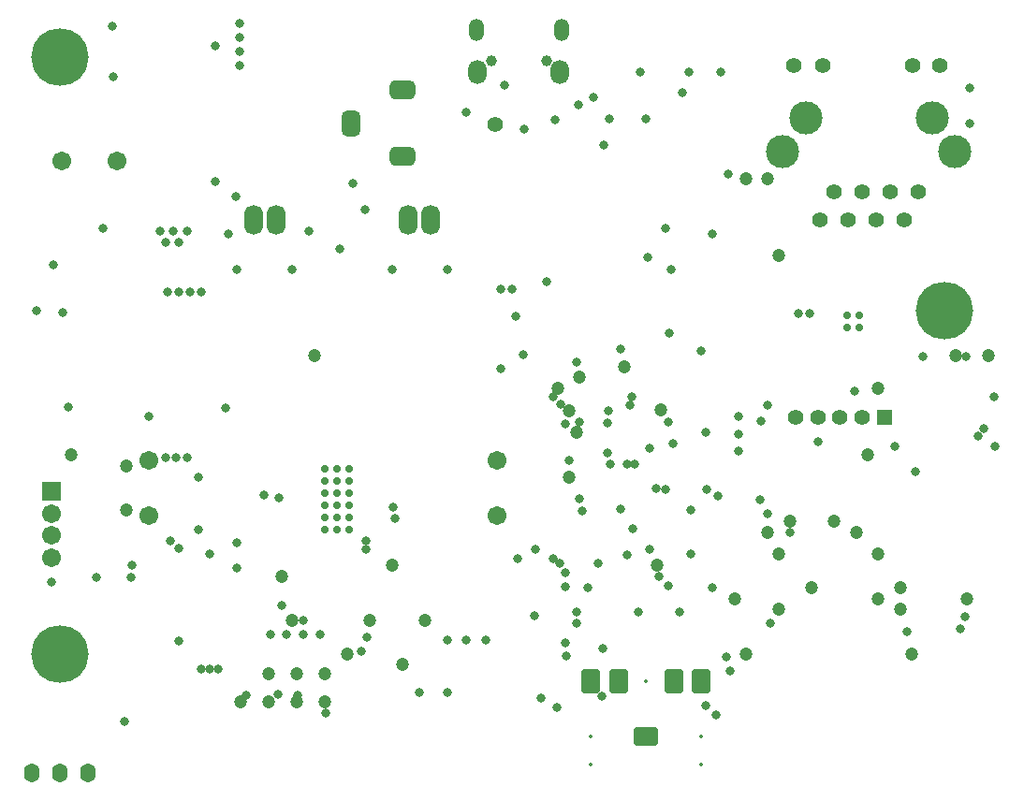
<source format=gbs>
G04 Layer_Color=16711935*
%FSLAX25Y25*%
%MOIN*%
G70*
G01*
G75*
%ADD127C,0.05524*%
%ADD128C,0.20485*%
%ADD129O,0.06706X0.10642*%
%ADD130C,0.06706*%
%ADD131O,0.05524X0.06706*%
%ADD132R,0.05524X0.05524*%
G04:AMPARAMS|DCode=133|XSize=11.94mil|YSize=11.94mil|CornerRadius=4.49mil|HoleSize=0mil|Usage=FLASHONLY|Rotation=90.000|XOffset=0mil|YOffset=0mil|HoleType=Round|Shape=RoundedRectangle|*
%AMROUNDEDRECTD133*
21,1,0.01194,0.00295,0,0,90.0*
21,1,0.00295,0.01194,0,0,90.0*
1,1,0.00898,0.00148,0.00148*
1,1,0.00898,0.00148,-0.00148*
1,1,0.00898,-0.00148,-0.00148*
1,1,0.00898,-0.00148,0.00148*
%
%ADD133ROUNDEDRECTD133*%
G04:AMPARAMS|DCode=134|XSize=86.74mil|YSize=67.06mil|CornerRadius=11.38mil|HoleSize=0mil|Usage=FLASHONLY|Rotation=180.000|XOffset=0mil|YOffset=0mil|HoleType=Round|Shape=RoundedRectangle|*
%AMROUNDEDRECTD134*
21,1,0.08674,0.04429,0,0,180.0*
21,1,0.06398,0.06706,0,0,180.0*
1,1,0.02276,-0.03199,0.02215*
1,1,0.02276,0.03199,0.02215*
1,1,0.02276,0.03199,-0.02215*
1,1,0.02276,-0.03199,-0.02215*
%
%ADD134ROUNDEDRECTD134*%
G04:AMPARAMS|DCode=135|XSize=86.74mil|YSize=67.06mil|CornerRadius=11.38mil|HoleSize=0mil|Usage=FLASHONLY|Rotation=270.000|XOffset=0mil|YOffset=0mil|HoleType=Round|Shape=RoundedRectangle|*
%AMROUNDEDRECTD135*
21,1,0.08674,0.04429,0,0,270.0*
21,1,0.06398,0.06706,0,0,270.0*
1,1,0.02276,-0.02215,-0.03199*
1,1,0.02276,-0.02215,0.03199*
1,1,0.02276,0.02215,0.03199*
1,1,0.02276,0.02215,-0.03199*
%
%ADD135ROUNDEDRECTD135*%
%ADD136C,0.11824*%
G04:AMPARAMS|DCode=137|XSize=90.68mil|YSize=67.06mil|CornerRadius=18.76mil|HoleSize=0mil|Usage=FLASHONLY|Rotation=0.000|XOffset=0mil|YOffset=0mil|HoleType=Round|Shape=RoundedRectangle|*
%AMROUNDEDRECTD137*
21,1,0.09068,0.02953,0,0,0.0*
21,1,0.05315,0.06706,0,0,0.0*
1,1,0.03753,0.02657,-0.01476*
1,1,0.03753,-0.02657,-0.01476*
1,1,0.03753,-0.02657,0.01476*
1,1,0.03753,0.02657,0.01476*
%
%ADD137ROUNDEDRECTD137*%
G04:AMPARAMS|DCode=138|XSize=90.68mil|YSize=67.06mil|CornerRadius=18.76mil|HoleSize=0mil|Usage=FLASHONLY|Rotation=90.000|XOffset=0mil|YOffset=0mil|HoleType=Round|Shape=RoundedRectangle|*
%AMROUNDEDRECTD138*
21,1,0.09068,0.02953,0,0,90.0*
21,1,0.05315,0.06706,0,0,90.0*
1,1,0.03753,0.01476,0.02657*
1,1,0.03753,0.01476,-0.02657*
1,1,0.03753,-0.01476,-0.02657*
1,1,0.03753,-0.01476,0.02657*
%
%ADD138ROUNDEDRECTD138*%
%ADD139R,0.06706X0.06706*%
%ADD140C,0.03950*%
%ADD141O,0.05328X0.07887*%
%ADD142O,0.06509X0.08674*%
%ADD143C,0.04737*%
%ADD144C,0.03162*%
%ADD145C,0.02768*%
D127*
X170472Y235827D02*
D03*
X301279Y131398D02*
D03*
X293406D02*
D03*
X285531D02*
D03*
X277658D02*
D03*
X321240Y211811D02*
D03*
X316240Y201811D02*
D03*
X311240Y211811D02*
D03*
X306240Y201811D02*
D03*
X301240Y211811D02*
D03*
X296240Y201811D02*
D03*
X291240Y211811D02*
D03*
X286240Y201811D02*
D03*
X329035Y256890D02*
D03*
X319193D02*
D03*
X287402D02*
D03*
X276870D02*
D03*
D128*
X15748Y47244D02*
D03*
X330709Y169291D02*
D03*
X15748Y259842D02*
D03*
D129*
X139764Y201772D02*
D03*
X147638D02*
D03*
X84646D02*
D03*
X92520D02*
D03*
D130*
X47244Y116142D02*
D03*
Y96457D02*
D03*
X171260Y116142D02*
D03*
Y96457D02*
D03*
X12500Y81496D02*
D03*
Y97244D02*
D03*
Y89370D02*
D03*
X35827Y222835D02*
D03*
X16142D02*
D03*
D131*
X5748Y4921D02*
D03*
X15748D02*
D03*
X25748D02*
D03*
D132*
X309154Y131398D02*
D03*
D133*
X224410Y37402D02*
D03*
X204724Y17717D02*
D03*
Y7874D02*
D03*
X244094Y17717D02*
D03*
Y7874D02*
D03*
D134*
X224410Y17717D02*
D03*
D135*
X244094Y37402D02*
D03*
X204724D02*
D03*
X234252D02*
D03*
X214567D02*
D03*
D136*
X334449Y225984D02*
D03*
X273031D02*
D03*
X326240Y237992D02*
D03*
X281240D02*
D03*
D137*
X137795Y224410D02*
D03*
Y248031D02*
D03*
D138*
X119291Y236221D02*
D03*
D139*
X12500Y105118D02*
D03*
D140*
X169291Y258465D02*
D03*
X188976D02*
D03*
D141*
X163878Y269291D02*
D03*
X194390D02*
D03*
D142*
X164469Y254331D02*
D03*
X193799D02*
D03*
D143*
X100000Y40000D02*
D03*
X90000D02*
D03*
X110000D02*
D03*
X80000Y30000D02*
D03*
X90000D02*
D03*
X100000D02*
D03*
X110000D02*
D03*
X346457Y153543D02*
D03*
X334646D02*
D03*
X338583Y66929D02*
D03*
X314961Y62992D02*
D03*
X271654D02*
D03*
X259842Y47244D02*
D03*
X255906Y66929D02*
D03*
X271654Y82677D02*
D03*
X267717Y90551D02*
D03*
X229528Y134252D02*
D03*
X216535Y149606D02*
D03*
X200787Y145669D02*
D03*
X192913Y141732D02*
D03*
X199803Y125984D02*
D03*
X196850Y133858D02*
D03*
Y110236D02*
D03*
X145669Y59055D02*
D03*
X137795Y43307D02*
D03*
X118110Y47244D02*
D03*
X125984Y59055D02*
D03*
X98425D02*
D03*
X94488Y74803D02*
D03*
X133858Y78740D02*
D03*
X228346D02*
D03*
X106299Y153543D02*
D03*
X318898Y47244D02*
D03*
X307087Y66929D02*
D03*
X314961Y70866D02*
D03*
X307087Y82677D02*
D03*
X299213Y90551D02*
D03*
X291339Y94488D02*
D03*
X275590D02*
D03*
X283465Y70866D02*
D03*
X303150Y118110D02*
D03*
X307087Y141732D02*
D03*
X39370Y114173D02*
D03*
Y98425D02*
D03*
X19685Y118110D02*
D03*
X267717Y216535D02*
D03*
X259842D02*
D03*
X271654Y188976D02*
D03*
D144*
X231299Y198819D02*
D03*
X339764Y236221D02*
D03*
Y248819D02*
D03*
X278740Y168504D02*
D03*
X282677D02*
D03*
X93307Y32677D02*
D03*
X110236Y25984D02*
D03*
X199606Y62205D02*
D03*
X236221D02*
D03*
X221654D02*
D03*
X225590Y120473D02*
D03*
X88189Y103937D02*
D03*
X249999Y103543D02*
D03*
X338287Y153248D02*
D03*
X123031Y48228D02*
D03*
X338090Y60532D02*
D03*
X336417Y56004D02*
D03*
X252953Y46260D02*
D03*
X90551Y54134D02*
D03*
X199803Y58071D02*
D03*
X96457Y54134D02*
D03*
X268701Y58071D02*
D03*
X102362Y54134D02*
D03*
X195571Y75984D02*
D03*
X108268Y54134D02*
D03*
X211614Y114665D02*
D03*
X125000Y53150D02*
D03*
X58071Y84646D02*
D03*
X55118Y87598D02*
D03*
X74803Y134843D02*
D03*
X47244Y131890D02*
D03*
X64961Y110236D02*
D03*
X68898Y82677D02*
D03*
X64961Y91535D02*
D03*
X78740Y77756D02*
D03*
Y86614D02*
D03*
X153543Y184055D02*
D03*
X133858D02*
D03*
X98425D02*
D03*
X78740D02*
D03*
X229134Y74705D02*
D03*
X245866Y105905D02*
D03*
X225492Y84547D02*
D03*
X215453Y98819D02*
D03*
X196949Y116142D02*
D03*
X193799Y79429D02*
D03*
X193996Y136024D02*
D03*
X191339Y138681D02*
D03*
X218525Y135740D02*
D03*
X219193Y138681D02*
D03*
X211024Y133858D02*
D03*
X267618Y97146D02*
D03*
X200689Y129921D02*
D03*
X265354Y130118D02*
D03*
X264862Y102165D02*
D03*
X210630Y129429D02*
D03*
X257283Y131890D02*
D03*
X232185Y129921D02*
D03*
X342547Y124716D02*
D03*
X344488Y127461D02*
D03*
X317323Y55216D02*
D03*
X124705Y87598D02*
D03*
X176476Y177165D02*
D03*
X172638D02*
D03*
X178740Y81201D02*
D03*
X184941Y84547D02*
D03*
X322933Y153248D02*
D03*
X348425Y138878D02*
D03*
X348622Y121063D02*
D03*
X320177Y112205D02*
D03*
X312894Y121063D02*
D03*
X41339Y78740D02*
D03*
X57874Y51673D02*
D03*
X71949Y41831D02*
D03*
X68898D02*
D03*
X66043D02*
D03*
X81988Y32480D02*
D03*
X100394Y32283D02*
D03*
X143701Y33465D02*
D03*
X153543D02*
D03*
X167323Y52165D02*
D03*
X160433D02*
D03*
X153543Y52264D02*
D03*
X184646Y60827D02*
D03*
X192520Y28248D02*
D03*
X210728Y118799D02*
D03*
X233858Y122047D02*
D03*
X257382Y119291D02*
D03*
X245571Y125984D02*
D03*
X177854Y167520D02*
D03*
X180512Y153740D02*
D03*
X188878Y179724D02*
D03*
X181102Y234154D02*
D03*
X209350Y228346D02*
D03*
X225098Y188484D02*
D03*
X7196Y169305D02*
D03*
X16634Y168898D02*
D03*
X13386Y185925D02*
D03*
X18602Y135236D02*
D03*
X134843Y95473D02*
D03*
X199606Y151181D02*
D03*
X187008Y31496D02*
D03*
X240453Y98425D02*
D03*
X254331Y41240D02*
D03*
X215453Y155610D02*
D03*
X244094Y155217D02*
D03*
X232677Y161516D02*
D03*
X232283Y71555D02*
D03*
X248031Y70768D02*
D03*
X240158Y82677D02*
D03*
X217717Y82579D02*
D03*
X203740Y70669D02*
D03*
X207283Y79429D02*
D03*
X219783Y91929D02*
D03*
X200591Y102559D02*
D03*
X201772Y98032D02*
D03*
X220297Y114774D02*
D03*
X217520Y114665D02*
D03*
X174016Y249902D02*
D03*
X253642Y218012D02*
D03*
X250984Y254429D02*
D03*
X239665D02*
D03*
X222146D02*
D03*
X237205Y246949D02*
D03*
X233268Y184055D02*
D03*
X248031Y196850D02*
D03*
X195768Y50984D02*
D03*
X195886Y46562D02*
D03*
X209055Y49114D02*
D03*
X267717Y135630D02*
D03*
X257382Y125591D02*
D03*
X298721Y140650D02*
D03*
X94587Y64370D02*
D03*
X195472Y71063D02*
D03*
X208760Y32087D02*
D03*
X124606Y84449D02*
D03*
X102362Y59055D02*
D03*
X275590Y90551D02*
D03*
X38583Y23228D02*
D03*
X34449Y270669D02*
D03*
X70866Y215551D02*
D03*
Y263779D02*
D03*
X51181Y197835D02*
D03*
X56102D02*
D03*
X61024D02*
D03*
X53150Y193898D02*
D03*
X58071D02*
D03*
X79724Y271654D02*
D03*
Y266732D02*
D03*
Y261811D02*
D03*
Y256890D02*
D03*
X75787Y196850D02*
D03*
X31102Y198622D02*
D03*
X40859Y74418D02*
D03*
X28642Y74410D02*
D03*
X12795Y72736D02*
D03*
X54134Y176181D02*
D03*
X58071D02*
D03*
X62008D02*
D03*
X65945D02*
D03*
X61024Y117126D02*
D03*
X191339Y81201D02*
D03*
X57087Y117126D02*
D03*
X53150D02*
D03*
X119980Y214764D02*
D03*
X160236Y240158D02*
D03*
X172736Y148917D02*
D03*
X195571Y129134D02*
D03*
X285531Y122638D02*
D03*
X227974Y106113D02*
D03*
X231299Y105807D02*
D03*
X34646Y252756D02*
D03*
X134350Y99410D02*
D03*
X93602Y102756D02*
D03*
X249410Y25591D02*
D03*
X245472Y28740D02*
D03*
X192126Y237402D02*
D03*
X200394Y242913D02*
D03*
X211417Y237795D02*
D03*
X224410D02*
D03*
X205512Y245276D02*
D03*
X124409Y205512D02*
D03*
X115354Y191339D02*
D03*
X104331Y197638D02*
D03*
X78347Y210236D02*
D03*
D145*
X109843Y113189D02*
D03*
X118504Y91535D02*
D03*
X114173D02*
D03*
X109843D02*
D03*
X118504Y95866D02*
D03*
X114173D02*
D03*
X109843D02*
D03*
X118504Y100197D02*
D03*
X114173D02*
D03*
X109843D02*
D03*
X118504Y104528D02*
D03*
X114173D02*
D03*
X109843D02*
D03*
X118504Y108858D02*
D03*
X114173D02*
D03*
X109843D02*
D03*
X118504Y113189D02*
D03*
X114173D02*
D03*
X296063Y167913D02*
D03*
X300394D02*
D03*
X296063Y163583D02*
D03*
X300394D02*
D03*
M02*

</source>
